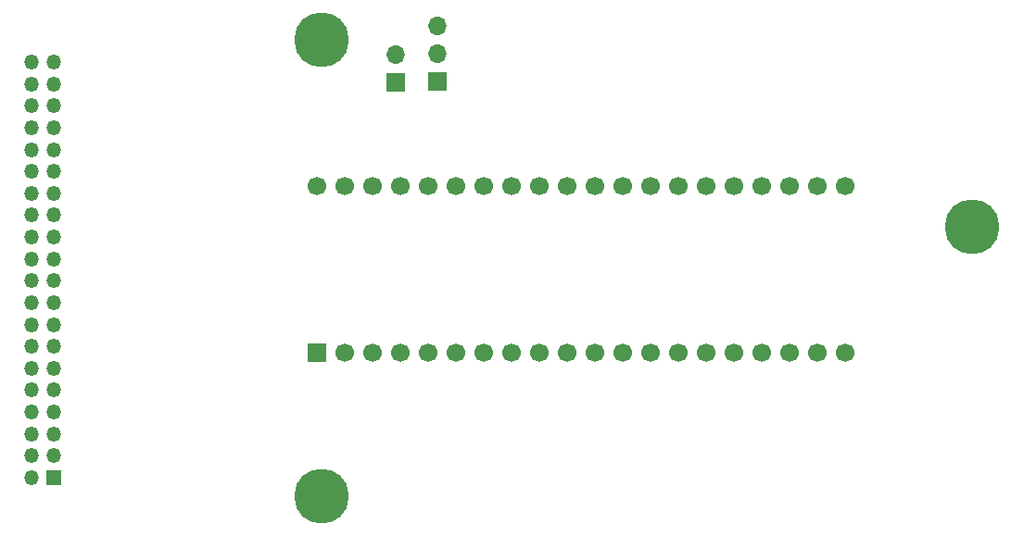
<source format=gbs>
G04 #@! TF.GenerationSoftware,KiCad,Pcbnew,(6.0.4)*
G04 #@! TF.CreationDate,2022-09-09T10:41:32-05:00*
G04 #@! TF.ProjectId,v2-PowerBook-BLUESCSI-dehij,76322d50-6f77-4657-9242-6f6f6b2d424c,rev?*
G04 #@! TF.SameCoordinates,Original*
G04 #@! TF.FileFunction,Soldermask,Bot*
G04 #@! TF.FilePolarity,Negative*
%FSLAX46Y46*%
G04 Gerber Fmt 4.6, Leading zero omitted, Abs format (unit mm)*
G04 Created by KiCad (PCBNEW (6.0.4)) date 2022-09-09 10:41:32*
%MOMM*%
%LPD*%
G01*
G04 APERTURE LIST*
%ADD10R,1.700000X1.700000*%
%ADD11O,1.700000X1.700000*%
%ADD12C,1.700000*%
%ADD13C,0.800000*%
%ADD14C,5.000000*%
%ADD15R,1.350000X1.350000*%
%ADD16O,1.350000X1.350000*%
G04 APERTURE END LIST*
D10*
X109950000Y-84500000D03*
D11*
X109950000Y-81960000D03*
D10*
X113800000Y-84400000D03*
D11*
X113800000Y-81860000D03*
X113800000Y-79320000D03*
D10*
X102800000Y-109270000D03*
D12*
X105340000Y-109270000D03*
X107880000Y-109270000D03*
X110420000Y-109270000D03*
X112960000Y-109270000D03*
X115500000Y-109270000D03*
X118040000Y-109270000D03*
X120580000Y-109270000D03*
X123120000Y-109270000D03*
X125660000Y-109270000D03*
X128200000Y-109270000D03*
X130740000Y-109270000D03*
X133280000Y-109270000D03*
X135820000Y-109270000D03*
X138360000Y-109270000D03*
X140900000Y-109270000D03*
X143440000Y-109270000D03*
X145980000Y-109270000D03*
X148520000Y-109270000D03*
X151060000Y-109270000D03*
X151060000Y-94030000D03*
X148520000Y-94030000D03*
X145980000Y-94030000D03*
X143440000Y-94030000D03*
X140900000Y-94030000D03*
X138360000Y-94030000D03*
X135820000Y-94030000D03*
X133280000Y-94030000D03*
X130740000Y-94030000D03*
X128200000Y-94030000D03*
X125660000Y-94030000D03*
X123120000Y-94030000D03*
X120580000Y-94030000D03*
X118040000Y-94030000D03*
X115500000Y-94030000D03*
X112960000Y-94030000D03*
X110420000Y-94030000D03*
X107880000Y-94030000D03*
X105340000Y-94030000D03*
X102800000Y-94030000D03*
D13*
X161348350Y-96348350D03*
X161348350Y-99000000D03*
X162674175Y-95799175D03*
X164549175Y-97674175D03*
D14*
X162674175Y-97674175D03*
D13*
X162674175Y-99549175D03*
X164000000Y-96348350D03*
X164000000Y-99000000D03*
X160799175Y-97674175D03*
X105125000Y-80645000D03*
X103250000Y-78770000D03*
X104575825Y-81970825D03*
D14*
X103250000Y-80645000D03*
D13*
X101924175Y-79319175D03*
X101924175Y-81970825D03*
X103250000Y-82520000D03*
X101375000Y-80645000D03*
X104575825Y-79319175D03*
D14*
X103250000Y-122325000D03*
D13*
X101924175Y-123650825D03*
X103250000Y-120450000D03*
X101375000Y-122325000D03*
X104575825Y-120999175D03*
X104575825Y-123650825D03*
X105125000Y-122325000D03*
X103250000Y-124200000D03*
X101924175Y-120999175D03*
D15*
X78740000Y-120650000D03*
D16*
X76740000Y-120650000D03*
X78740000Y-118650000D03*
X76740000Y-118650000D03*
X78740000Y-116650000D03*
X76740000Y-116650000D03*
X78740000Y-114650000D03*
X76740000Y-114650000D03*
X78740000Y-112650000D03*
X76740000Y-112650000D03*
X78740000Y-110650000D03*
X76740000Y-110650000D03*
X78740000Y-108650000D03*
X76740000Y-108650000D03*
X78740000Y-106650000D03*
X76740000Y-106650000D03*
X78740000Y-104650000D03*
X76740000Y-104650000D03*
X78740000Y-102650000D03*
X76740000Y-102650000D03*
X78740000Y-100650000D03*
X76740000Y-100650000D03*
X78740000Y-98650000D03*
X76740000Y-98650000D03*
X78740000Y-96650000D03*
X76740000Y-96650000D03*
X78740000Y-94650000D03*
X76740000Y-94650000D03*
X78740000Y-92650000D03*
X76740000Y-92650000D03*
X78740000Y-90650000D03*
X76740000Y-90650000D03*
X78740000Y-88650000D03*
X76740000Y-88650000D03*
X78740000Y-86650000D03*
X76740000Y-86650000D03*
X78740000Y-84650000D03*
X76740000Y-84650000D03*
X78740000Y-82650000D03*
X76740000Y-82650000D03*
M02*

</source>
